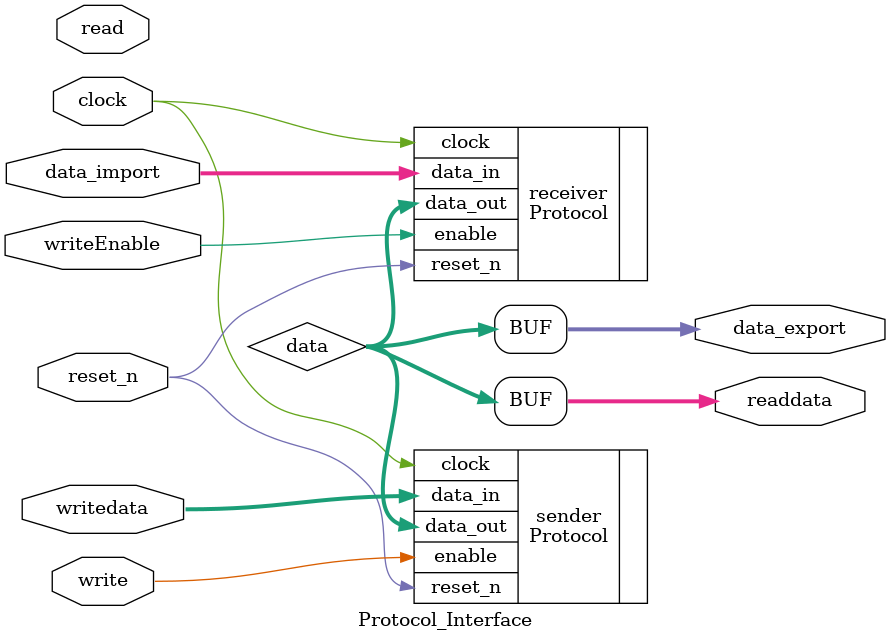
<source format=v>
module Protocol_Interface (clock, reset_n, write, writedata, read, readdata, writeEnable, data_import, data_export);

input clock, reset_n, write, read, writeEnable;
input [31:0] writedata, data_import;
output [31:0] readdata, data_export;

wire [31:0] data;

Protocol sender (.clock(clock), .reset_n(reset_n), .enable(write), .data_in(writedata), .data_out(data));

Protocol receiver (.clock(clock), .reset_n(reset_n), .enable(writeEnable), .data_in(data_import), .data_out(data));

assign readdata = data;
assign data_export = data;

endmodule

</source>
